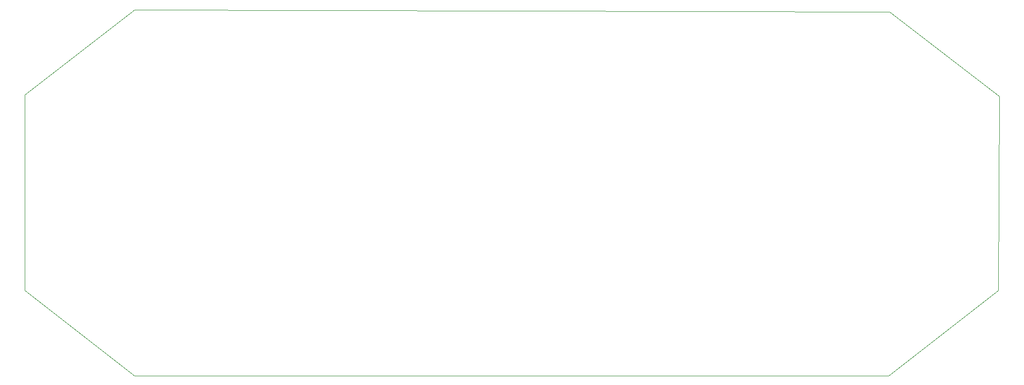
<source format=gbr>
%TF.GenerationSoftware,KiCad,Pcbnew,7.0.6-7.0.6~ubuntu20.04.1*%
%TF.CreationDate,2023-07-11T10:17:37+02:00*%
%TF.ProjectId,output_panel2023-07-11_081728.4517270000,6f757470-7574-45f7-9061-6e656c323032,rev?*%
%TF.SameCoordinates,Original*%
%TF.FileFunction,Profile,NP*%
%FSLAX45Y45*%
G04 Gerber Fmt 4.5, Leading zero omitted, Abs format (unit mm)*
G04 Created by KiCad (PCBNEW 7.0.6-7.0.6~ubuntu20.04.1) date 2023-07-11 10:17:37*
%MOMM*%
%LPD*%
G01*
G04 APERTURE LIST*
%TA.AperFunction,Profile*%
%ADD10C,0.100000*%
%TD*%
G04 APERTURE END LIST*
D10*
X1850000Y-6070000D02*
X50000Y-4670000D01*
X14250000Y-6070000D02*
X1850000Y-6070000D01*
X16050000Y-4670000D02*
X14250000Y-6070000D01*
X14270000Y-90000D02*
X16070000Y-1480000D01*
X16070000Y-1480000D02*
X16050000Y-4670000D01*
X50000Y-4670000D02*
X50000Y-1450000D01*
X50000Y-1450000D02*
X1850000Y-50000D01*
X1850000Y-50000D02*
X14270000Y-90000D01*
X1850000Y-6070000D02*
X50000Y-4670000D01*
X14250000Y-6070000D02*
X1850000Y-6070000D01*
X16050000Y-4670000D02*
X14250000Y-6070000D01*
X14270000Y-90000D02*
X16070000Y-1480000D01*
X16070000Y-1480000D02*
X16050000Y-4670000D01*
X50000Y-4670000D02*
X50000Y-1450000D01*
X50000Y-1450000D02*
X1850000Y-50000D01*
X1850000Y-50000D02*
X14270000Y-90000D01*
M02*

</source>
